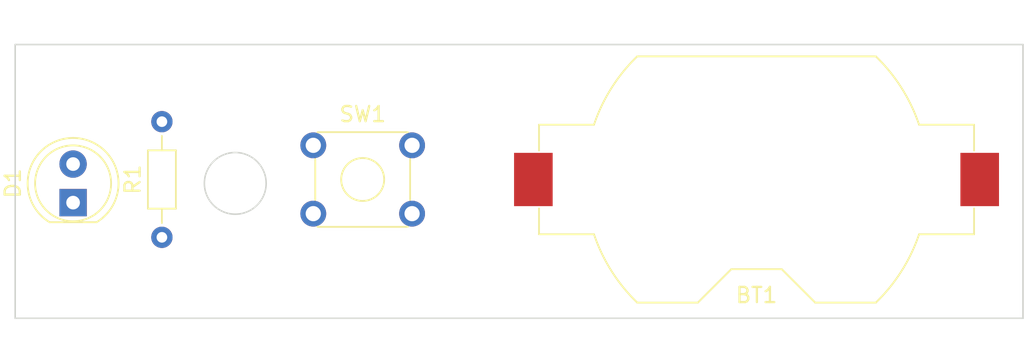
<source format=kicad_pcb>
(kicad_pcb (version 20211014) (generator pcbnew)
  (title_block (title "LED Torch") (date "2021-11-30") (rev "0.1"))
  (layers (0 "F.Cu" signal) (31 "B.Cu" signal) (34 "B.Paste" user) (35 "F.Paste" user) (36 "B.SilkS" user "B.Silkscreen") (37 "F.SilkS" user "F.Silkscreen") (38 "B.Mask" user) (39 "F.Mask" user) (44 "Edge.Cuts" user))
  (net 0 "")
  (net 1 "/bat_pos")
  (net 2 "Net-(BT1-Pad2)")
  (net 3 "/LED_cathode")
  (net 4 "Net-(R1-Pad2)")
  (footprint "Button_Switch_THT:SW_TH_Tactile_Omron_B3F-10xx" (layer "F.Cu") (at 108.256 68.616)
    (fp_text reference "SW1" (at 3.25 -2.05) (layer "F.SilkS"))
    (fp_text value "SW_DPST_x2")
    (fp_line (start 0.28 5.37) (end 6.22 5.37) (layer "F.SilkS") (width 0.12))
    (fp_line (start 0.13 3.59) (end 0.13 0.91) (layer "F.SilkS") (width 0.12))
    (fp_line (start 0.28 -0.87) (end 6.22 -0.87) (layer "F.SilkS") (width 0.12))
    (fp_line (start 6.37 0.91) (end 6.37 3.59) (layer "F.SilkS") (width 0.12))
    (fp_circle (center 3.25 2.25) (end 4.25 3.25) (layer "F.SilkS") (width 0.12) (fill none))
    (pad "1" thru_hole circle locked (at 0 0) (size 1.7 1.7) (drill 1) (layers *.Cu *.Mask) (net 4 "Net-(R1-Pad2)"))
    (pad "2" thru_hole circle locked (at 6.5 0) (size 1.7 1.7) (drill 1) (layers *.Cu *.Mask) (net 2 "Net-(BT1-Pad2)"))
    (pad "3" thru_hole circle locked (at 0 4.5) (size 1.7 1.7) (drill 1) (layers *.Cu *.Mask))
    (pad "4" thru_hole circle locked (at 6.5 4.5) (size 1.7 1.7) (drill 1) (layers *.Cu *.Mask))
  )
  (footprint "Battery:BatteryHolder_Keystone_1058_1x2032" (layer "F.Cu") (at 137.414 70.866)
    (fp_text reference "BT1" (at 0 7.62) (layer "F.SilkS"))
    (fp_text value "Battery_Cell")
    (fp_line (start 14.31 -1.9) (end 14.31 -3.61) (layer "F.SilkS") (width 0.12))
    (fp_line (start 10.692 -3.61) (end 14.31 -3.61) (layer "F.SilkS") (width 0.12))
    (fp_line (start 14.31 1.9) (end 14.31 3.61) (layer "F.SilkS") (width 0.12))
    (fp_line (start 7.8473 8.11) (end 3.86 8.11) (layer "F.SilkS") (width 0.12))
    (fp_line (start 1.66 5.91) (end 3.86 8.11) (layer "F.SilkS") (width 0.12))
    (fp_line (start -10.692 3.61) (end -14.31 3.61) (layer "F.SilkS") (width 0.12))
    (fp_line (start -14.31 -3.61) (end -10.692 -3.61) (layer "F.SilkS") (width 0.12))
    (fp_line (start -14.31 -1.9) (end -14.31 -3.61) (layer "F.SilkS") (width 0.12))
    (fp_line (start -7.8473 -8.11) (end 7.8473 -8.11) (layer "F.SilkS") (width 0.12))
    (fp_line (start -1.66 5.91) (end -3.86 8.11) (layer "F.SilkS") (width 0.12))
    (fp_line (start -3.86 8.11) (end -7.8473 8.11) (layer "F.SilkS") (width 0.12))
    (fp_line (start -14.31 1.9) (end -14.31 3.61) (layer "F.SilkS") (width 0.12))
    (fp_line (start 1.66 5.91) (end -1.66 5.91) (layer "F.SilkS") (width 0.12))
    (fp_line (start 14.31 3.61) (end 10.692 3.61) (layer "F.SilkS") (width 0.12))
    (fp_arc (start 7.845371 -8.111789) (mid 9.538085 -6.031244) (end 10.692 -3.61) (layer "F.SilkS") (width 0.12))
    (fp_arc (start -7.845371 8.111789) (mid -9.538085 6.031244) (end -10.692 3.61) (layer "F.SilkS") (width 0.12))
    (fp_arc (start 10.692 3.61) (mid 9.538084 6.031244) (end 7.845371 8.111789) (layer "F.SilkS") (width 0.12))
    (fp_arc (start -10.692 -3.61) (mid -9.538084 -6.031244) (end -7.845371 -8.111789) (layer "F.SilkS") (width 0.12))
    (pad "1" smd rect locked (at -14.68 0) (size 2.54 3.51) (layers "F.Cu" "F.Paste" "F.Mask") (net 1 "/bat_pos"))
    (pad "2" smd rect locked (at 14.68 0) (size 2.54 3.51) (layers "F.Cu" "F.Paste" "F.Mask") (net 2 "Net-(BT1-Pad2)"))
  )
  (footprint "Resistor_THT:R_Axial_DIN0204_L3.6mm_D1.6mm_P7.62mm_Horizontal" (layer "F.Cu") (at 98.298 74.676 90)
    (fp_text reference "R1" (at 3.81 -1.92 90) (layer "F.SilkS"))
    (fp_text value "R")
    (fp_line (start 0.94 0) (end 1.89 0) (layer "F.SilkS") (width 0.12))
    (fp_line (start 5.73 0.92) (end 5.73 -0.92) (layer "F.SilkS") (width 0.12))
    (fp_line (start 6.68 0) (end 5.73 0) (layer "F.SilkS") (width 0.12))
    (fp_line (start 1.89 -0.92) (end 1.89 0.92) (layer "F.SilkS") (width 0.12))
    (fp_line (start 1.89 0.92) (end 5.73 0.92) (layer "F.SilkS") (width 0.12))
    (fp_line (start 5.73 -0.92) (end 1.89 -0.92) (layer "F.SilkS") (width 0.12))
    (pad "1" thru_hole circle locked (at 0 0 90) (size 1.4 1.4) (drill 0.7) (layers *.Cu *.Mask) (net 3 "/LED_cathode"))
    (pad "2" thru_hole oval locked (at 7.62 0 90) (size 1.4 1.4) (drill 0.7) (layers *.Cu *.Mask) (net 4 "Net-(R1-Pad2)"))
  )
  (footprint "LED_THT:LED_D5.0mm" (layer "F.Cu") (at 92.456 72.39 90)
    (fp_text reference "D1" (at 1.27 -3.96 90) (layer "F.SilkS"))
    (fp_text value "LED")
    (fp_line (start -1.29 -1.545) (end -1.29 1.545) (layer "F.SilkS") (width 0.12))
    (fp_arc (start -1.29 -1.54483) (mid 2.072002 -2.880433) (end 4.26 0.000462) (layer "F.SilkS") (width 0.12))
    (fp_arc (start 4.26 -0.000462) (mid 2.072002 2.880433) (end -1.29 1.54483) (layer "F.SilkS") (width 0.12))
    (fp_circle (center 1.27 0) (end 3.77 0) (layer "F.SilkS") (width 0.12) (fill none))
    (pad "1" thru_hole rect locked (at 0 0 90) (size 1.8 1.8) (drill 0.9) (layers *.Cu *.Mask) (net 3 "/LED_cathode"))
    (pad "2" thru_hole circle locked (at 2.54 0 90) (size 1.8 1.8) (drill 0.9) (layers *.Cu *.Mask) (net 1 "/bat_pos"))
  )
  (gr_line (start 88.646 61.976) (end 88.646 80.01) (layer "Edge.Cuts") (width 0.1))
  (gr_line (start 154.94 61.976) (end 88.646 61.976) (layer "Edge.Cuts") (width 0.1))
  (gr_line (start 88.646 80.01) (end 154.94 80.01) (layer "Edge.Cuts") (width 0.1))
  (gr_circle (center 103.124 71.12) (end 103.124 69.088) (layer "Edge.Cuts") (width 0.1) (fill none))
  (gr_line (start 154.94 80.01) (end 154.94 61.976) (layer "Edge.Cuts") (width 0.1))
)
</source>
